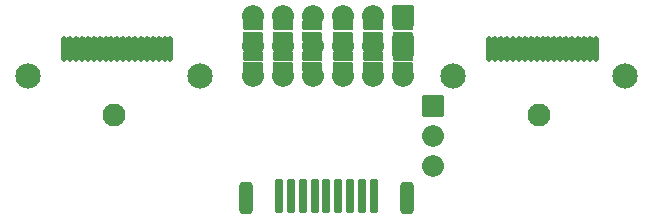
<source format=gbr>
%TF.GenerationSoftware,KiCad,Pcbnew,(6.0.5-0)*%
%TF.CreationDate,2022-10-30T13:02:09-07:00*%
%TF.ProjectId,hdmi-trident,68646d69-2d74-4726-9964-656e742e6b69,rev?*%
%TF.SameCoordinates,PX754d4c0PY6590fa0*%
%TF.FileFunction,Soldermask,Bot*%
%TF.FilePolarity,Negative*%
%FSLAX46Y46*%
G04 Gerber Fmt 4.6, Leading zero omitted, Abs format (unit mm)*
G04 Created by KiCad (PCBNEW (6.0.5-0)) date 2022-10-30 13:02:09*
%MOMM*%
%LPD*%
G01*
G04 APERTURE LIST*
G04 Aperture macros list*
%AMRoundRect*
0 Rectangle with rounded corners*
0 $1 Rounding radius*
0 $2 $3 $4 $5 $6 $7 $8 $9 X,Y pos of 4 corners*
0 Add a 4 corners polygon primitive as box body*
4,1,4,$2,$3,$4,$5,$6,$7,$8,$9,$2,$3,0*
0 Add four circle primitives for the rounded corners*
1,1,$1+$1,$2,$3*
1,1,$1+$1,$4,$5*
1,1,$1+$1,$6,$7*
1,1,$1+$1,$8,$9*
0 Add four rect primitives between the rounded corners*
20,1,$1+$1,$2,$3,$4,$5,0*
20,1,$1+$1,$4,$5,$6,$7,0*
20,1,$1+$1,$6,$7,$8,$9,0*
20,1,$1+$1,$8,$9,$2,$3,0*%
%AMFreePoly0*
4,1,40,0.548980,0.808373,0.575042,0.763232,0.576200,0.750000,0.576200,-0.750000,0.558373,-0.798980,0.513232,-0.825042,0.500000,-0.826200,0.000000,-0.826200,-0.014334,-0.820983,-0.081337,-0.819755,-0.102664,-0.816301,-0.237979,-0.774026,-0.257480,-0.764725,-0.375490,-0.686170,-0.391596,-0.671769,-0.482816,-0.563250,-0.494233,-0.544908,-0.551328,-0.415149,-0.557138,-0.394340,-0.574060,-0.264932,
-0.575042,-0.263232,-0.576200,-0.250000,-0.576200,0.250000,-0.575448,0.252066,-0.575256,0.267833,-0.553445,0.407910,-0.547128,0.428570,-0.486880,0.556895,-0.475018,0.574953,-0.381174,0.681211,-0.364721,0.695213,-0.244826,0.770861,-0.225105,0.779683,-0.088798,0.818640,-0.067392,0.821573,-0.019745,0.821282,-0.013232,0.825042,0.000000,0.826200,0.500000,0.826200,0.548980,0.808373,
0.548980,0.808373,$1*%
%AMFreePoly1*
4,1,40,0.014081,0.821075,0.074370,0.820707,0.095738,0.817513,0.231559,0.776894,0.251172,0.767832,0.370134,0.690725,0.386415,0.676522,0.478953,0.569125,0.490592,0.550924,0.549269,0.421872,0.555333,0.401135,0.575430,0.260802,0.576200,0.250000,0.576200,-0.250000,0.576194,-0.250929,0.576045,-0.263145,0.574995,-0.274858,0.551475,-0.414659,0.544906,-0.435242,0.483094,-0.562821,
0.471013,-0.580732,0.375878,-0.685836,0.359255,-0.699637,0.238445,-0.773814,0.218617,-0.782394,0.081844,-0.819683,0.060404,-0.822353,0.019198,-0.821598,0.013232,-0.825042,0.000000,-0.826200,-0.500000,-0.826200,-0.548980,-0.808373,-0.575042,-0.763232,-0.576200,-0.750000,-0.576200,0.750000,-0.558373,0.798980,-0.513232,0.825042,-0.500000,0.826200,0.000000,0.826200,0.014081,0.821075,
0.014081,0.821075,$1*%
G04 Aperture macros list end*
%ADD10RoundRect,0.076200X-0.850000X-0.850000X0.850000X-0.850000X0.850000X0.850000X-0.850000X0.850000X0*%
%ADD11O,1.852400X1.852400*%
%ADD12RoundRect,0.201200X-0.125000X-1.275000X0.125000X-1.275000X0.125000X1.275000X-0.125000X1.275000X0*%
%ADD13RoundRect,0.326200X-0.250000X-1.050000X0.250000X-1.050000X0.250000X1.050000X-0.250000X1.050000X0*%
%ADD14C,2.152400*%
%ADD15C,1.952400*%
%ADD16RoundRect,0.151200X0.075000X0.925000X-0.075000X0.925000X-0.075000X-0.925000X0.075000X-0.925000X0*%
%ADD17FreePoly0,90.000000*%
%ADD18FreePoly1,90.000000*%
%ADD19FreePoly0,270.000000*%
%ADD20FreePoly1,270.000000*%
%ADD21RoundRect,0.076200X-0.850000X0.850000X-0.850000X-0.850000X0.850000X-0.850000X0.850000X0.850000X0*%
G04 APERTURE END LIST*
D10*
%TO.C,J6*%
X36007000Y9122000D03*
D11*
X36007000Y6582000D03*
X36007000Y4042000D03*
%TD*%
D12*
%TO.C,J5*%
X23000000Y1500000D03*
X24000000Y1500000D03*
X25000000Y1500000D03*
X26000000Y1500000D03*
X27000000Y1500000D03*
X28000000Y1500000D03*
X29000000Y1500000D03*
X30000000Y1500000D03*
X31000000Y1500000D03*
D13*
X33775000Y1400000D03*
X20225000Y1400000D03*
%TD*%
D14*
%TO.C,J1*%
X16250000Y11700000D03*
D15*
X9000000Y8400000D03*
D14*
X1750000Y11700000D03*
D16*
X13790000Y14000000D03*
X13290000Y14000000D03*
X12790000Y14000000D03*
X12290000Y14000000D03*
X11790000Y14000000D03*
X11290000Y14000000D03*
X10790000Y14000000D03*
X10290000Y14000000D03*
X9790000Y14000000D03*
X9290000Y14000000D03*
X8790000Y14000000D03*
X8290000Y14000000D03*
X7790000Y14000000D03*
X7290000Y14000000D03*
X6790000Y14000000D03*
X6290000Y14000000D03*
X5790000Y14000000D03*
X5290000Y14000000D03*
X4790000Y14000000D03*
%TD*%
D17*
%TO.C,JP12*%
X20800000Y14850000D03*
D18*
X20800000Y16150000D03*
%TD*%
D17*
%TO.C,JP11*%
X23300000Y14850000D03*
D18*
X23300000Y16150000D03*
%TD*%
%TO.C,JP10*%
X28400000Y16150000D03*
D17*
X28400000Y14850000D03*
%TD*%
D18*
%TO.C,JP9*%
X25800000Y16150000D03*
D17*
X25800000Y14850000D03*
%TD*%
%TO.C,JP8*%
X30900000Y14850000D03*
D18*
X30900000Y16150000D03*
%TD*%
%TO.C,JP7*%
X33500000Y16150000D03*
D17*
X33500000Y14850000D03*
%TD*%
D19*
%TO.C,JP6*%
X20800000Y13550000D03*
D20*
X20800000Y12250000D03*
%TD*%
D19*
%TO.C,JP5*%
X23350000Y13550000D03*
D20*
X23350000Y12250000D03*
%TD*%
D19*
%TO.C,JP4*%
X25800000Y13550000D03*
D20*
X25800000Y12250000D03*
%TD*%
D19*
%TO.C,JP3*%
X28400000Y13550000D03*
D20*
X28400000Y12250000D03*
%TD*%
D19*
%TO.C,JP2*%
X30900000Y13550000D03*
D20*
X30900000Y12250000D03*
%TD*%
D17*
%TO.C,JP1*%
X33500000Y12250000D03*
D18*
X33500000Y13550000D03*
%TD*%
D14*
%TO.C,J2*%
X52250000Y11700000D03*
D15*
X45000000Y8400000D03*
D14*
X37750000Y11700000D03*
D16*
X49790000Y14000000D03*
X49290000Y14000000D03*
X48790000Y14000000D03*
X48290000Y14000000D03*
X47790000Y14000000D03*
X47290000Y14000000D03*
X46790000Y14000000D03*
X46290000Y14000000D03*
X45790000Y14000000D03*
X45290000Y14000000D03*
X44790000Y14000000D03*
X44290000Y14000000D03*
X43790000Y14000000D03*
X43290000Y14000000D03*
X42790000Y14000000D03*
X42290000Y14000000D03*
X41790000Y14000000D03*
X41290000Y14000000D03*
X40790000Y14000000D03*
%TD*%
D11*
%TO.C,J3*%
X20767000Y11662000D03*
X20767000Y14202000D03*
X23307000Y11662000D03*
X23307000Y14202000D03*
X25847000Y11662000D03*
X25847000Y14202000D03*
X28387000Y11662000D03*
X28387000Y14202000D03*
X30927000Y11662000D03*
X30927000Y14202000D03*
X33467000Y11662000D03*
D21*
X33467000Y14202000D03*
%TD*%
D11*
%TO.C,J4*%
X20767000Y16742000D03*
X23307000Y16742000D03*
X25847000Y16742000D03*
X28387000Y16742000D03*
X30927000Y16742000D03*
D21*
X33467000Y16742000D03*
%TD*%
G36*
X41000995Y14991719D02*
G01*
X41030512Y14971997D01*
X41067239Y14979303D01*
X41077284Y14989348D01*
X41079216Y14989866D01*
X41080630Y14988452D01*
X41080361Y14986823D01*
X41077194Y14982083D01*
X41065800Y14924801D01*
X41065800Y13075199D01*
X41077194Y13017917D01*
X41081779Y13011055D01*
X41081910Y13009059D01*
X41080247Y13007948D01*
X41079005Y13008281D01*
X41049488Y13028003D01*
X41012761Y13020697D01*
X41002716Y13010652D01*
X41000784Y13010134D01*
X40999370Y13011548D01*
X40999639Y13013177D01*
X41002806Y13017917D01*
X41014200Y13075199D01*
X41014200Y14924801D01*
X41002806Y14982083D01*
X40998221Y14988945D01*
X40998090Y14990941D01*
X40999753Y14992052D01*
X41000995Y14991719D01*
G37*
G36*
X9500995Y14991719D02*
G01*
X9530512Y14971997D01*
X9567239Y14979303D01*
X9577284Y14989348D01*
X9579216Y14989866D01*
X9580630Y14988452D01*
X9580361Y14986823D01*
X9577194Y14982083D01*
X9565800Y14924801D01*
X9565800Y13075199D01*
X9577194Y13017917D01*
X9581779Y13011055D01*
X9581910Y13009059D01*
X9580247Y13007948D01*
X9579005Y13008281D01*
X9549488Y13028003D01*
X9512761Y13020697D01*
X9502716Y13010652D01*
X9500784Y13010134D01*
X9499370Y13011548D01*
X9499639Y13013177D01*
X9502806Y13017917D01*
X9514200Y13075199D01*
X9514200Y14924801D01*
X9502806Y14982083D01*
X9498221Y14988945D01*
X9498090Y14990941D01*
X9499753Y14992052D01*
X9500995Y14991719D01*
G37*
G36*
X9000995Y14991719D02*
G01*
X9030512Y14971997D01*
X9067239Y14979303D01*
X9077284Y14989348D01*
X9079216Y14989866D01*
X9080630Y14988452D01*
X9080361Y14986823D01*
X9077194Y14982083D01*
X9065800Y14924801D01*
X9065800Y13075199D01*
X9077194Y13017917D01*
X9081779Y13011055D01*
X9081910Y13009059D01*
X9080247Y13007948D01*
X9079005Y13008281D01*
X9049488Y13028003D01*
X9012761Y13020697D01*
X9002716Y13010652D01*
X9000784Y13010134D01*
X8999370Y13011548D01*
X8999639Y13013177D01*
X9002806Y13017917D01*
X9014200Y13075199D01*
X9014200Y14924801D01*
X9002806Y14982083D01*
X8998221Y14988945D01*
X8998090Y14990941D01*
X8999753Y14992052D01*
X9000995Y14991719D01*
G37*
G36*
X45000995Y14991719D02*
G01*
X45030512Y14971997D01*
X45067239Y14979303D01*
X45077284Y14989348D01*
X45079216Y14989866D01*
X45080630Y14988452D01*
X45080361Y14986823D01*
X45077194Y14982083D01*
X45065800Y14924801D01*
X45065800Y13075199D01*
X45077194Y13017917D01*
X45081779Y13011055D01*
X45081910Y13009059D01*
X45080247Y13007948D01*
X45079005Y13008281D01*
X45049488Y13028003D01*
X45012761Y13020697D01*
X45002716Y13010652D01*
X45000784Y13010134D01*
X44999370Y13011548D01*
X44999639Y13013177D01*
X45002806Y13017917D01*
X45014200Y13075199D01*
X45014200Y14924801D01*
X45002806Y14982083D01*
X44998221Y14988945D01*
X44998090Y14990941D01*
X44999753Y14992052D01*
X45000995Y14991719D01*
G37*
G36*
X11000995Y14991719D02*
G01*
X11030512Y14971997D01*
X11067239Y14979303D01*
X11077284Y14989348D01*
X11079216Y14989866D01*
X11080630Y14988452D01*
X11080361Y14986823D01*
X11077194Y14982083D01*
X11065800Y14924801D01*
X11065800Y13075199D01*
X11077194Y13017917D01*
X11081779Y13011055D01*
X11081910Y13009059D01*
X11080247Y13007948D01*
X11079005Y13008281D01*
X11049488Y13028003D01*
X11012761Y13020697D01*
X11002716Y13010652D01*
X11000784Y13010134D01*
X10999370Y13011548D01*
X10999639Y13013177D01*
X11002806Y13017917D01*
X11014200Y13075199D01*
X11014200Y14924801D01*
X11002806Y14982083D01*
X10998221Y14988945D01*
X10998090Y14990941D01*
X10999753Y14992052D01*
X11000995Y14991719D01*
G37*
G36*
X45500995Y14991719D02*
G01*
X45530512Y14971997D01*
X45567239Y14979303D01*
X45577284Y14989348D01*
X45579216Y14989866D01*
X45580630Y14988452D01*
X45580361Y14986823D01*
X45577194Y14982083D01*
X45565800Y14924801D01*
X45565800Y13075199D01*
X45577194Y13017917D01*
X45581779Y13011055D01*
X45581910Y13009059D01*
X45580247Y13007948D01*
X45579005Y13008281D01*
X45549488Y13028003D01*
X45512761Y13020697D01*
X45502716Y13010652D01*
X45500784Y13010134D01*
X45499370Y13011548D01*
X45499639Y13013177D01*
X45502806Y13017917D01*
X45514200Y13075199D01*
X45514200Y14924801D01*
X45502806Y14982083D01*
X45498221Y14988945D01*
X45498090Y14990941D01*
X45499753Y14992052D01*
X45500995Y14991719D01*
G37*
G36*
X13500995Y14991719D02*
G01*
X13530512Y14971997D01*
X13567239Y14979303D01*
X13577284Y14989348D01*
X13579216Y14989866D01*
X13580630Y14988452D01*
X13580361Y14986823D01*
X13577194Y14982083D01*
X13565800Y14924801D01*
X13565800Y13075199D01*
X13577194Y13017917D01*
X13581779Y13011055D01*
X13581910Y13009059D01*
X13580247Y13007948D01*
X13579005Y13008281D01*
X13549488Y13028003D01*
X13512761Y13020697D01*
X13502716Y13010652D01*
X13500784Y13010134D01*
X13499370Y13011548D01*
X13499639Y13013177D01*
X13502806Y13017917D01*
X13514200Y13075199D01*
X13514200Y14924801D01*
X13502806Y14982083D01*
X13498221Y14988945D01*
X13498090Y14990941D01*
X13499753Y14992052D01*
X13500995Y14991719D01*
G37*
G36*
X6000995Y14991719D02*
G01*
X6030512Y14971997D01*
X6067239Y14979303D01*
X6077284Y14989348D01*
X6079216Y14989866D01*
X6080630Y14988452D01*
X6080361Y14986823D01*
X6077194Y14982083D01*
X6065800Y14924801D01*
X6065800Y13075199D01*
X6077194Y13017917D01*
X6081779Y13011055D01*
X6081910Y13009059D01*
X6080247Y13007948D01*
X6079005Y13008281D01*
X6049488Y13028003D01*
X6012761Y13020697D01*
X6002716Y13010652D01*
X6000784Y13010134D01*
X5999370Y13011548D01*
X5999639Y13013177D01*
X6002806Y13017917D01*
X6014200Y13075199D01*
X6014200Y14924801D01*
X6002806Y14982083D01*
X5998221Y14988945D01*
X5998090Y14990941D01*
X5999753Y14992052D01*
X6000995Y14991719D01*
G37*
G36*
X49000995Y14991719D02*
G01*
X49030512Y14971997D01*
X49067239Y14979303D01*
X49077284Y14989348D01*
X49079216Y14989866D01*
X49080630Y14988452D01*
X49080361Y14986823D01*
X49077194Y14982083D01*
X49065800Y14924801D01*
X49065800Y13075199D01*
X49077194Y13017917D01*
X49081779Y13011055D01*
X49081910Y13009059D01*
X49080247Y13007948D01*
X49079005Y13008281D01*
X49049488Y13028003D01*
X49012761Y13020697D01*
X49002716Y13010652D01*
X49000784Y13010134D01*
X48999370Y13011548D01*
X48999639Y13013177D01*
X49002806Y13017917D01*
X49014200Y13075199D01*
X49014200Y14924801D01*
X49002806Y14982083D01*
X48998221Y14988945D01*
X48998090Y14990941D01*
X48999753Y14992052D01*
X49000995Y14991719D01*
G37*
G36*
X5500995Y14991719D02*
G01*
X5530512Y14971997D01*
X5567239Y14979303D01*
X5577284Y14989348D01*
X5579216Y14989866D01*
X5580630Y14988452D01*
X5580361Y14986823D01*
X5577194Y14982083D01*
X5565800Y14924801D01*
X5565800Y13075199D01*
X5577194Y13017917D01*
X5581779Y13011055D01*
X5581910Y13009059D01*
X5580247Y13007948D01*
X5579005Y13008281D01*
X5549488Y13028003D01*
X5512761Y13020697D01*
X5502716Y13010652D01*
X5500784Y13010134D01*
X5499370Y13011548D01*
X5499639Y13013177D01*
X5502806Y13017917D01*
X5514200Y13075199D01*
X5514200Y14924801D01*
X5502806Y14982083D01*
X5498221Y14988945D01*
X5498090Y14990941D01*
X5499753Y14992052D01*
X5500995Y14991719D01*
G37*
G36*
X48000995Y14991719D02*
G01*
X48030512Y14971997D01*
X48067239Y14979303D01*
X48077284Y14989348D01*
X48079216Y14989866D01*
X48080630Y14988452D01*
X48080361Y14986823D01*
X48077194Y14982083D01*
X48065800Y14924801D01*
X48065800Y13075199D01*
X48077194Y13017917D01*
X48081779Y13011055D01*
X48081910Y13009059D01*
X48080247Y13007948D01*
X48079005Y13008281D01*
X48049488Y13028003D01*
X48012761Y13020697D01*
X48002716Y13010652D01*
X48000784Y13010134D01*
X47999370Y13011548D01*
X47999639Y13013177D01*
X48002806Y13017917D01*
X48014200Y13075199D01*
X48014200Y14924801D01*
X48002806Y14982083D01*
X47998221Y14988945D01*
X47998090Y14990941D01*
X47999753Y14992052D01*
X48000995Y14991719D01*
G37*
G36*
X11500995Y14991719D02*
G01*
X11530512Y14971997D01*
X11567239Y14979303D01*
X11577284Y14989348D01*
X11579216Y14989866D01*
X11580630Y14988452D01*
X11580361Y14986823D01*
X11577194Y14982083D01*
X11565800Y14924801D01*
X11565800Y13075199D01*
X11577194Y13017917D01*
X11581779Y13011055D01*
X11581910Y13009059D01*
X11580247Y13007948D01*
X11579005Y13008281D01*
X11549488Y13028003D01*
X11512761Y13020697D01*
X11502716Y13010652D01*
X11500784Y13010134D01*
X11499370Y13011548D01*
X11499639Y13013177D01*
X11502806Y13017917D01*
X11514200Y13075199D01*
X11514200Y14924801D01*
X11502806Y14982083D01*
X11498221Y14988945D01*
X11498090Y14990941D01*
X11499753Y14992052D01*
X11500995Y14991719D01*
G37*
G36*
X8500995Y14991719D02*
G01*
X8530512Y14971997D01*
X8567239Y14979303D01*
X8577284Y14989348D01*
X8579216Y14989866D01*
X8580630Y14988452D01*
X8580361Y14986823D01*
X8577194Y14982083D01*
X8565800Y14924801D01*
X8565800Y13075199D01*
X8577194Y13017917D01*
X8581779Y13011055D01*
X8581910Y13009059D01*
X8580247Y13007948D01*
X8579005Y13008281D01*
X8549488Y13028003D01*
X8512761Y13020697D01*
X8502716Y13010652D01*
X8500784Y13010134D01*
X8499370Y13011548D01*
X8499639Y13013177D01*
X8502806Y13017917D01*
X8514200Y13075199D01*
X8514200Y14924801D01*
X8502806Y14982083D01*
X8498221Y14988945D01*
X8498090Y14990941D01*
X8499753Y14992052D01*
X8500995Y14991719D01*
G37*
G36*
X49500995Y14991719D02*
G01*
X49530512Y14971997D01*
X49567239Y14979303D01*
X49577284Y14989348D01*
X49579216Y14989866D01*
X49580630Y14988452D01*
X49580361Y14986823D01*
X49577194Y14982083D01*
X49565800Y14924801D01*
X49565800Y13075199D01*
X49577194Y13017917D01*
X49581779Y13011055D01*
X49581910Y13009059D01*
X49580247Y13007948D01*
X49579005Y13008281D01*
X49549488Y13028003D01*
X49512761Y13020697D01*
X49502716Y13010652D01*
X49500784Y13010134D01*
X49499370Y13011548D01*
X49499639Y13013177D01*
X49502806Y13017917D01*
X49514200Y13075199D01*
X49514200Y14924801D01*
X49502806Y14982083D01*
X49498221Y14988945D01*
X49498090Y14990941D01*
X49499753Y14992052D01*
X49500995Y14991719D01*
G37*
G36*
X13000995Y14991719D02*
G01*
X13030512Y14971997D01*
X13067239Y14979303D01*
X13077284Y14989348D01*
X13079216Y14989866D01*
X13080630Y14988452D01*
X13080361Y14986823D01*
X13077194Y14982083D01*
X13065800Y14924801D01*
X13065800Y13075199D01*
X13077194Y13017917D01*
X13081779Y13011055D01*
X13081910Y13009059D01*
X13080247Y13007948D01*
X13079005Y13008281D01*
X13049488Y13028003D01*
X13012761Y13020697D01*
X13002716Y13010652D01*
X13000784Y13010134D01*
X12999370Y13011548D01*
X12999639Y13013177D01*
X13002806Y13017917D01*
X13014200Y13075199D01*
X13014200Y14924801D01*
X13002806Y14982083D01*
X12998221Y14988945D01*
X12998090Y14990941D01*
X12999753Y14992052D01*
X13000995Y14991719D01*
G37*
G36*
X44500995Y14991719D02*
G01*
X44530512Y14971997D01*
X44567239Y14979303D01*
X44577284Y14989348D01*
X44579216Y14989866D01*
X44580630Y14988452D01*
X44580361Y14986823D01*
X44577194Y14982083D01*
X44565800Y14924801D01*
X44565800Y13075199D01*
X44577194Y13017917D01*
X44581779Y13011055D01*
X44581910Y13009059D01*
X44580247Y13007948D01*
X44579005Y13008281D01*
X44549488Y13028003D01*
X44512761Y13020697D01*
X44502716Y13010652D01*
X44500784Y13010134D01*
X44499370Y13011548D01*
X44499639Y13013177D01*
X44502806Y13017917D01*
X44514200Y13075199D01*
X44514200Y14924801D01*
X44502806Y14982083D01*
X44498221Y14988945D01*
X44498090Y14990941D01*
X44499753Y14992052D01*
X44500995Y14991719D01*
G37*
G36*
X43500995Y14991719D02*
G01*
X43530512Y14971997D01*
X43567239Y14979303D01*
X43577284Y14989348D01*
X43579216Y14989866D01*
X43580630Y14988452D01*
X43580361Y14986823D01*
X43577194Y14982083D01*
X43565800Y14924801D01*
X43565800Y13075199D01*
X43577194Y13017917D01*
X43581779Y13011055D01*
X43581910Y13009059D01*
X43580247Y13007948D01*
X43579005Y13008281D01*
X43549488Y13028003D01*
X43512761Y13020697D01*
X43502716Y13010652D01*
X43500784Y13010134D01*
X43499370Y13011548D01*
X43499639Y13013177D01*
X43502806Y13017917D01*
X43514200Y13075199D01*
X43514200Y14924801D01*
X43502806Y14982083D01*
X43498221Y14988945D01*
X43498090Y14990941D01*
X43499753Y14992052D01*
X43500995Y14991719D01*
G37*
G36*
X46000995Y14991719D02*
G01*
X46030512Y14971997D01*
X46067239Y14979303D01*
X46077284Y14989348D01*
X46079216Y14989866D01*
X46080630Y14988452D01*
X46080361Y14986823D01*
X46077194Y14982083D01*
X46065800Y14924801D01*
X46065800Y13075199D01*
X46077194Y13017917D01*
X46081779Y13011055D01*
X46081910Y13009059D01*
X46080247Y13007948D01*
X46079005Y13008281D01*
X46049488Y13028003D01*
X46012761Y13020697D01*
X46002716Y13010652D01*
X46000784Y13010134D01*
X45999370Y13011548D01*
X45999639Y13013177D01*
X46002806Y13017917D01*
X46014200Y13075199D01*
X46014200Y14924801D01*
X46002806Y14982083D01*
X45998221Y14988945D01*
X45998090Y14990941D01*
X45999753Y14992052D01*
X46000995Y14991719D01*
G37*
G36*
X12000995Y14991719D02*
G01*
X12030512Y14971997D01*
X12067239Y14979303D01*
X12077284Y14989348D01*
X12079216Y14989866D01*
X12080630Y14988452D01*
X12080361Y14986823D01*
X12077194Y14982083D01*
X12065800Y14924801D01*
X12065800Y13075199D01*
X12077194Y13017917D01*
X12081779Y13011055D01*
X12081910Y13009059D01*
X12080247Y13007948D01*
X12079005Y13008281D01*
X12049488Y13028003D01*
X12012761Y13020697D01*
X12002716Y13010652D01*
X12000784Y13010134D01*
X11999370Y13011548D01*
X11999639Y13013177D01*
X12002806Y13017917D01*
X12014200Y13075199D01*
X12014200Y14924801D01*
X12002806Y14982083D01*
X11998221Y14988945D01*
X11998090Y14990941D01*
X11999753Y14992052D01*
X12000995Y14991719D01*
G37*
G36*
X6500995Y14991719D02*
G01*
X6530512Y14971997D01*
X6567239Y14979303D01*
X6577284Y14989348D01*
X6579216Y14989866D01*
X6580630Y14988452D01*
X6580361Y14986823D01*
X6577194Y14982083D01*
X6565800Y14924801D01*
X6565800Y13075199D01*
X6577194Y13017917D01*
X6581779Y13011055D01*
X6581910Y13009059D01*
X6580247Y13007948D01*
X6579005Y13008281D01*
X6549488Y13028003D01*
X6512761Y13020697D01*
X6502716Y13010652D01*
X6500784Y13010134D01*
X6499370Y13011548D01*
X6499639Y13013177D01*
X6502806Y13017917D01*
X6514200Y13075199D01*
X6514200Y14924801D01*
X6502806Y14982083D01*
X6498221Y14988945D01*
X6498090Y14990941D01*
X6499753Y14992052D01*
X6500995Y14991719D01*
G37*
G36*
X8000995Y14991719D02*
G01*
X8030512Y14971997D01*
X8067239Y14979303D01*
X8077284Y14989348D01*
X8079216Y14989866D01*
X8080630Y14988452D01*
X8080361Y14986823D01*
X8077194Y14982083D01*
X8065800Y14924801D01*
X8065800Y13075199D01*
X8077194Y13017917D01*
X8081779Y13011055D01*
X8081910Y13009059D01*
X8080247Y13007948D01*
X8079005Y13008281D01*
X8049488Y13028003D01*
X8012761Y13020697D01*
X8002716Y13010652D01*
X8000784Y13010134D01*
X7999370Y13011548D01*
X7999639Y13013177D01*
X8002806Y13017917D01*
X8014200Y13075199D01*
X8014200Y14924801D01*
X8002806Y14982083D01*
X7998221Y14988945D01*
X7998090Y14990941D01*
X7999753Y14992052D01*
X8000995Y14991719D01*
G37*
G36*
X42500995Y14991719D02*
G01*
X42530512Y14971997D01*
X42567239Y14979303D01*
X42577284Y14989348D01*
X42579216Y14989866D01*
X42580630Y14988452D01*
X42580361Y14986823D01*
X42577194Y14982083D01*
X42565800Y14924801D01*
X42565800Y13075199D01*
X42577194Y13017917D01*
X42581779Y13011055D01*
X42581910Y13009059D01*
X42580247Y13007948D01*
X42579005Y13008281D01*
X42549488Y13028003D01*
X42512761Y13020697D01*
X42502716Y13010652D01*
X42500784Y13010134D01*
X42499370Y13011548D01*
X42499639Y13013177D01*
X42502806Y13017917D01*
X42514200Y13075199D01*
X42514200Y14924801D01*
X42502806Y14982083D01*
X42498221Y14988945D01*
X42498090Y14990941D01*
X42499753Y14992052D01*
X42500995Y14991719D01*
G37*
G36*
X12500995Y14991719D02*
G01*
X12530512Y14971997D01*
X12567239Y14979303D01*
X12577284Y14989348D01*
X12579216Y14989866D01*
X12580630Y14988452D01*
X12580361Y14986823D01*
X12577194Y14982083D01*
X12565800Y14924801D01*
X12565800Y13075199D01*
X12577194Y13017917D01*
X12581779Y13011055D01*
X12581910Y13009059D01*
X12580247Y13007948D01*
X12579005Y13008281D01*
X12549488Y13028003D01*
X12512761Y13020697D01*
X12502716Y13010652D01*
X12500784Y13010134D01*
X12499370Y13011548D01*
X12499639Y13013177D01*
X12502806Y13017917D01*
X12514200Y13075199D01*
X12514200Y14924801D01*
X12502806Y14982083D01*
X12498221Y14988945D01*
X12498090Y14990941D01*
X12499753Y14992052D01*
X12500995Y14991719D01*
G37*
G36*
X10000995Y14991719D02*
G01*
X10030512Y14971997D01*
X10067239Y14979303D01*
X10077284Y14989348D01*
X10079216Y14989866D01*
X10080630Y14988452D01*
X10080361Y14986823D01*
X10077194Y14982083D01*
X10065800Y14924801D01*
X10065800Y13075199D01*
X10077194Y13017917D01*
X10081779Y13011055D01*
X10081910Y13009059D01*
X10080247Y13007948D01*
X10079005Y13008281D01*
X10049488Y13028003D01*
X10012761Y13020697D01*
X10002716Y13010652D01*
X10000784Y13010134D01*
X9999370Y13011548D01*
X9999639Y13013177D01*
X10002806Y13017917D01*
X10014200Y13075199D01*
X10014200Y14924801D01*
X10002806Y14982083D01*
X9998221Y14988945D01*
X9998090Y14990941D01*
X9999753Y14992052D01*
X10000995Y14991719D01*
G37*
G36*
X46500995Y14991719D02*
G01*
X46530512Y14971997D01*
X46567239Y14979303D01*
X46577284Y14989348D01*
X46579216Y14989866D01*
X46580630Y14988452D01*
X46580361Y14986823D01*
X46577194Y14982083D01*
X46565800Y14924801D01*
X46565800Y13075199D01*
X46577194Y13017917D01*
X46581779Y13011055D01*
X46581910Y13009059D01*
X46580247Y13007948D01*
X46579005Y13008281D01*
X46549488Y13028003D01*
X46512761Y13020697D01*
X46502716Y13010652D01*
X46500784Y13010134D01*
X46499370Y13011548D01*
X46499639Y13013177D01*
X46502806Y13017917D01*
X46514200Y13075199D01*
X46514200Y14924801D01*
X46502806Y14982083D01*
X46498221Y14988945D01*
X46498090Y14990941D01*
X46499753Y14992052D01*
X46500995Y14991719D01*
G37*
G36*
X47500995Y14991719D02*
G01*
X47530512Y14971997D01*
X47567239Y14979303D01*
X47577284Y14989348D01*
X47579216Y14989866D01*
X47580630Y14988452D01*
X47580361Y14986823D01*
X47577194Y14982083D01*
X47565800Y14924801D01*
X47565800Y13075199D01*
X47577194Y13017917D01*
X47581779Y13011055D01*
X47581910Y13009059D01*
X47580247Y13007948D01*
X47579005Y13008281D01*
X47549488Y13028003D01*
X47512761Y13020697D01*
X47502716Y13010652D01*
X47500784Y13010134D01*
X47499370Y13011548D01*
X47499639Y13013177D01*
X47502806Y13017917D01*
X47514200Y13075199D01*
X47514200Y14924801D01*
X47502806Y14982083D01*
X47498221Y14988945D01*
X47498090Y14990941D01*
X47499753Y14992052D01*
X47500995Y14991719D01*
G37*
G36*
X48500995Y14991719D02*
G01*
X48530512Y14971997D01*
X48567239Y14979303D01*
X48577284Y14989348D01*
X48579216Y14989866D01*
X48580630Y14988452D01*
X48580361Y14986823D01*
X48577194Y14982083D01*
X48565800Y14924801D01*
X48565800Y13075199D01*
X48577194Y13017917D01*
X48581779Y13011055D01*
X48581910Y13009059D01*
X48580247Y13007948D01*
X48579005Y13008281D01*
X48549488Y13028003D01*
X48512761Y13020697D01*
X48502716Y13010652D01*
X48500784Y13010134D01*
X48499370Y13011548D01*
X48499639Y13013177D01*
X48502806Y13017917D01*
X48514200Y13075199D01*
X48514200Y14924801D01*
X48502806Y14982083D01*
X48498221Y14988945D01*
X48498090Y14990941D01*
X48499753Y14992052D01*
X48500995Y14991719D01*
G37*
G36*
X5000995Y14991719D02*
G01*
X5030512Y14971997D01*
X5067239Y14979303D01*
X5077284Y14989348D01*
X5079216Y14989866D01*
X5080630Y14988452D01*
X5080361Y14986823D01*
X5077194Y14982083D01*
X5065800Y14924801D01*
X5065800Y13075199D01*
X5077194Y13017917D01*
X5081779Y13011055D01*
X5081910Y13009059D01*
X5080247Y13007948D01*
X5079005Y13008281D01*
X5049488Y13028003D01*
X5012761Y13020697D01*
X5002716Y13010652D01*
X5000784Y13010134D01*
X4999370Y13011548D01*
X4999639Y13013177D01*
X5002806Y13017917D01*
X5014200Y13075199D01*
X5014200Y14924801D01*
X5002806Y14982083D01*
X4998221Y14988945D01*
X4998090Y14990941D01*
X4999753Y14992052D01*
X5000995Y14991719D01*
G37*
G36*
X7000995Y14991719D02*
G01*
X7030512Y14971997D01*
X7067239Y14979303D01*
X7077284Y14989348D01*
X7079216Y14989866D01*
X7080630Y14988452D01*
X7080361Y14986823D01*
X7077194Y14982083D01*
X7065800Y14924801D01*
X7065800Y13075199D01*
X7077194Y13017917D01*
X7081779Y13011055D01*
X7081910Y13009059D01*
X7080247Y13007948D01*
X7079005Y13008281D01*
X7049488Y13028003D01*
X7012761Y13020697D01*
X7002716Y13010652D01*
X7000784Y13010134D01*
X6999370Y13011548D01*
X6999639Y13013177D01*
X7002806Y13017917D01*
X7014200Y13075199D01*
X7014200Y14924801D01*
X7002806Y14982083D01*
X6998221Y14988945D01*
X6998090Y14990941D01*
X6999753Y14992052D01*
X7000995Y14991719D01*
G37*
G36*
X41500995Y14991719D02*
G01*
X41530512Y14971997D01*
X41567239Y14979303D01*
X41577284Y14989348D01*
X41579216Y14989866D01*
X41580630Y14988452D01*
X41580361Y14986823D01*
X41577194Y14982083D01*
X41565800Y14924801D01*
X41565800Y13075199D01*
X41577194Y13017917D01*
X41581779Y13011055D01*
X41581910Y13009059D01*
X41580247Y13007948D01*
X41579005Y13008281D01*
X41549488Y13028003D01*
X41512761Y13020697D01*
X41502716Y13010652D01*
X41500784Y13010134D01*
X41499370Y13011548D01*
X41499639Y13013177D01*
X41502806Y13017917D01*
X41514200Y13075199D01*
X41514200Y14924801D01*
X41502806Y14982083D01*
X41498221Y14988945D01*
X41498090Y14990941D01*
X41499753Y14992052D01*
X41500995Y14991719D01*
G37*
G36*
X43000995Y14991719D02*
G01*
X43030512Y14971997D01*
X43067239Y14979303D01*
X43077284Y14989348D01*
X43079216Y14989866D01*
X43080630Y14988452D01*
X43080361Y14986823D01*
X43077194Y14982083D01*
X43065800Y14924801D01*
X43065800Y13075199D01*
X43077194Y13017917D01*
X43081779Y13011055D01*
X43081910Y13009059D01*
X43080247Y13007948D01*
X43079005Y13008281D01*
X43049488Y13028003D01*
X43012761Y13020697D01*
X43002716Y13010652D01*
X43000784Y13010134D01*
X42999370Y13011548D01*
X42999639Y13013177D01*
X43002806Y13017917D01*
X43014200Y13075199D01*
X43014200Y14924801D01*
X43002806Y14982083D01*
X42998221Y14988945D01*
X42998090Y14990941D01*
X42999753Y14992052D01*
X43000995Y14991719D01*
G37*
G36*
X47000995Y14991719D02*
G01*
X47030512Y14971997D01*
X47067239Y14979303D01*
X47077284Y14989348D01*
X47079216Y14989866D01*
X47080630Y14988452D01*
X47080361Y14986823D01*
X47077194Y14982083D01*
X47065800Y14924801D01*
X47065800Y13075199D01*
X47077194Y13017917D01*
X47081779Y13011055D01*
X47081910Y13009059D01*
X47080247Y13007948D01*
X47079005Y13008281D01*
X47049488Y13028003D01*
X47012761Y13020697D01*
X47002716Y13010652D01*
X47000784Y13010134D01*
X46999370Y13011548D01*
X46999639Y13013177D01*
X47002806Y13017917D01*
X47014200Y13075199D01*
X47014200Y14924801D01*
X47002806Y14982083D01*
X46998221Y14988945D01*
X46998090Y14990941D01*
X46999753Y14992052D01*
X47000995Y14991719D01*
G37*
G36*
X44000995Y14991719D02*
G01*
X44030512Y14971997D01*
X44067239Y14979303D01*
X44077284Y14989348D01*
X44079216Y14989866D01*
X44080630Y14988452D01*
X44080361Y14986823D01*
X44077194Y14982083D01*
X44065800Y14924801D01*
X44065800Y13075199D01*
X44077194Y13017917D01*
X44081779Y13011055D01*
X44081910Y13009059D01*
X44080247Y13007948D01*
X44079005Y13008281D01*
X44049488Y13028003D01*
X44012761Y13020697D01*
X44002716Y13010652D01*
X44000784Y13010134D01*
X43999370Y13011548D01*
X43999639Y13013177D01*
X44002806Y13017917D01*
X44014200Y13075199D01*
X44014200Y14924801D01*
X44002806Y14982083D01*
X43998221Y14988945D01*
X43998090Y14990941D01*
X43999753Y14992052D01*
X44000995Y14991719D01*
G37*
G36*
X7500995Y14991719D02*
G01*
X7530512Y14971997D01*
X7567239Y14979303D01*
X7577284Y14989348D01*
X7579216Y14989866D01*
X7580630Y14988452D01*
X7580361Y14986823D01*
X7577194Y14982083D01*
X7565800Y14924801D01*
X7565800Y13075199D01*
X7577194Y13017917D01*
X7581779Y13011055D01*
X7581910Y13009059D01*
X7580247Y13007948D01*
X7579005Y13008281D01*
X7549488Y13028003D01*
X7512761Y13020697D01*
X7502716Y13010652D01*
X7500784Y13010134D01*
X7499370Y13011548D01*
X7499639Y13013177D01*
X7502806Y13017917D01*
X7514200Y13075199D01*
X7514200Y14924801D01*
X7502806Y14982083D01*
X7498221Y14988945D01*
X7498090Y14990941D01*
X7499753Y14992052D01*
X7500995Y14991719D01*
G37*
G36*
X10500995Y14991719D02*
G01*
X10530512Y14971997D01*
X10567239Y14979303D01*
X10577284Y14989348D01*
X10579216Y14989866D01*
X10580630Y14988452D01*
X10580361Y14986823D01*
X10577194Y14982083D01*
X10565800Y14924801D01*
X10565800Y13075199D01*
X10577194Y13017917D01*
X10581779Y13011055D01*
X10581910Y13009059D01*
X10580247Y13007948D01*
X10579005Y13008281D01*
X10549488Y13028003D01*
X10512761Y13020697D01*
X10502716Y13010652D01*
X10500784Y13010134D01*
X10499370Y13011548D01*
X10499639Y13013177D01*
X10502806Y13017917D01*
X10514200Y13075199D01*
X10514200Y14924801D01*
X10502806Y14982083D01*
X10498221Y14988945D01*
X10498090Y14990941D01*
X10499753Y14992052D01*
X10500995Y14991719D01*
G37*
G36*
X42000995Y14991719D02*
G01*
X42030512Y14971997D01*
X42067239Y14979303D01*
X42077284Y14989348D01*
X42079216Y14989866D01*
X42080630Y14988452D01*
X42080361Y14986823D01*
X42077194Y14982083D01*
X42065800Y14924801D01*
X42065800Y13075199D01*
X42077194Y13017917D01*
X42081779Y13011055D01*
X42081910Y13009059D01*
X42080247Y13007948D01*
X42079005Y13008281D01*
X42049488Y13028003D01*
X42012761Y13020697D01*
X42002716Y13010652D01*
X42000784Y13010134D01*
X41999370Y13011548D01*
X41999639Y13013177D01*
X42002806Y13017917D01*
X42014200Y13075199D01*
X42014200Y14924801D01*
X42002806Y14982083D01*
X41998221Y14988945D01*
X41998090Y14990941D01*
X41999753Y14992052D01*
X42000995Y14991719D01*
G37*
M02*

</source>
